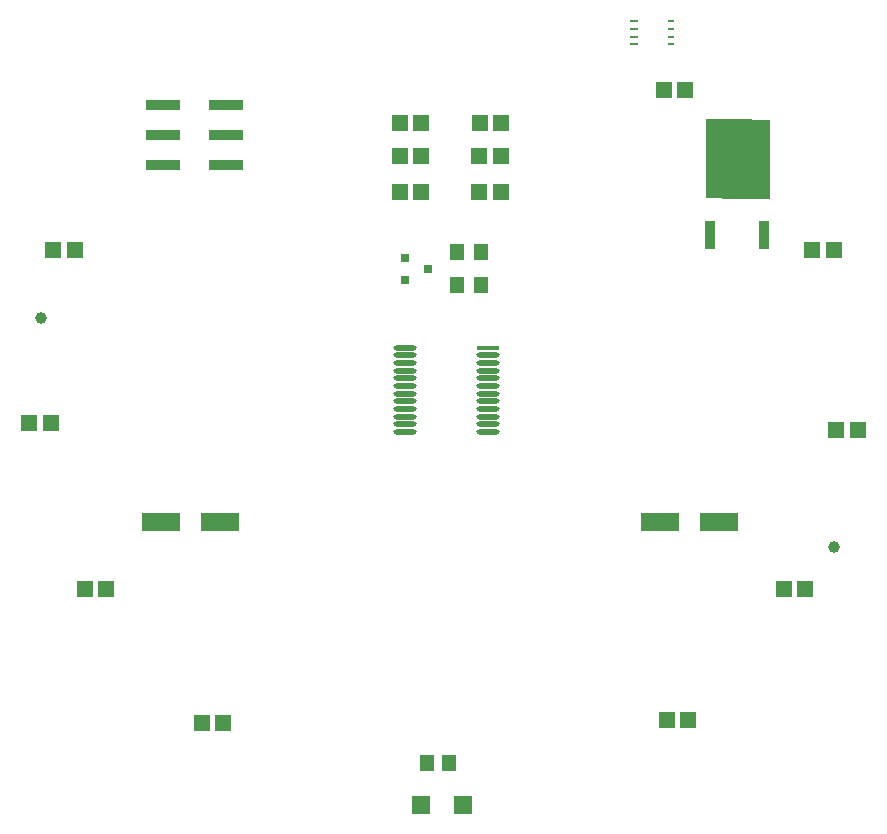
<source format=gbr>
%TF.GenerationSoftware,Altium Limited,Altium Designer,21.2.0 (30)*%
G04 Layer_Color=128*
%FSLAX26Y26*%
%MOIN*%
%TF.SameCoordinates,90D3C40E-C8BF-42D9-AC10-40188C9CF084*%
%TF.FilePolarity,Positive*%
%TF.FileFunction,Paste,Bot*%
%TF.Part,Single*%
G01*
G75*
%TA.AperFunction,SMDPad,CuDef*%
G04:AMPARAMS|DCode=10|XSize=214.567mil|YSize=263.779mil|CornerRadius=0mil|HoleSize=0mil|Usage=FLASHONLY|Rotation=359.747|XOffset=0mil|YOffset=0mil|HoleType=Round|Shape=Rectangle|*
%AMROTATEDRECTD10*
4,1,4,-0.107866,-0.131414,-0.106699,0.132363,0.107866,0.131414,0.106699,-0.132363,-0.107866,-0.131414,0.0*
%
%ADD10ROTATEDRECTD10*%

G04:AMPARAMS|DCode=11|XSize=35.433mil|YSize=90.551mil|CornerRadius=0mil|HoleSize=0mil|Usage=FLASHONLY|Rotation=359.747|XOffset=0mil|YOffset=0mil|HoleType=Round|Shape=Rectangle|*
%AMROTATEDRECTD11*
4,1,4,-0.017917,-0.045197,-0.017516,0.045353,0.017917,0.045197,0.017516,-0.045353,-0.017917,-0.045197,0.0*
%
%ADD11ROTATEDRECTD11*%

%ADD12C,0.039370*%
G04:AMPARAMS|DCode=13|XSize=76.913mil|YSize=17.013mil|CornerRadius=8.507mil|HoleSize=0mil|Usage=FLASHONLY|Rotation=180.000|XOffset=0mil|YOffset=0mil|HoleType=Round|Shape=RoundedRectangle|*
%AMROUNDEDRECTD13*
21,1,0.076913,0.000000,0,0,180.0*
21,1,0.059900,0.017013,0,0,180.0*
1,1,0.017013,-0.029950,0.000000*
1,1,0.017013,0.029950,0.000000*
1,1,0.017013,0.029950,0.000000*
1,1,0.017013,-0.029950,0.000000*
%
%ADD13ROUNDEDRECTD13*%
%ADD14R,0.057087X0.057087*%
%ADD15R,0.118110X0.035433*%
%ADD16R,0.055118X0.057087*%
%ADD17R,0.059055X0.059055*%
%ADD18R,0.125984X0.062992*%
%ADD19R,0.076913X0.017013*%
%ADD20R,0.027559X0.009449*%
%ADD21R,0.021654X0.009449*%
%ADD22R,0.031496X0.027559*%
%ADD23R,0.051181X0.057087*%
%ADD24R,0.045276X0.057087*%
%ADD25R,0.045276X0.055118*%
D10*
X970366Y767677D02*
D03*
D11*
X879489Y516107D02*
D03*
X1059014Y515314D02*
D03*
D12*
X1290000Y-525000D02*
D03*
X-1350841Y240260D02*
D03*
D13*
X-138791Y63976D02*
D03*
Y89567D02*
D03*
X138791Y115157D02*
D03*
Y89567D02*
D03*
Y63976D02*
D03*
Y38386D02*
D03*
Y12795D02*
D03*
Y-12795D02*
D03*
Y-38386D02*
D03*
Y-63976D02*
D03*
Y-89567D02*
D03*
Y-115157D02*
D03*
Y-140748D02*
D03*
X-138791D02*
D03*
Y-115157D02*
D03*
Y-89567D02*
D03*
Y-63976D02*
D03*
Y-38386D02*
D03*
Y-12795D02*
D03*
Y12795D02*
D03*
Y38386D02*
D03*
Y115157D02*
D03*
Y140748D02*
D03*
D14*
X796417Y1000000D02*
D03*
X723583D02*
D03*
X181417Y780000D02*
D03*
X108583D02*
D03*
Y660000D02*
D03*
X181417D02*
D03*
D15*
X-946299Y750000D02*
D03*
X-733701D02*
D03*
X-946299Y850000D02*
D03*
Y950000D02*
D03*
X-733701Y850000D02*
D03*
Y950000D02*
D03*
D16*
X1299567Y-135000D02*
D03*
X1370433D02*
D03*
X1290433Y465000D02*
D03*
X1219567D02*
D03*
X-815433Y-1110000D02*
D03*
X-744567D02*
D03*
X-154681Y890000D02*
D03*
X-83815D02*
D03*
X-154342Y778784D02*
D03*
X-83476D02*
D03*
X-155433Y660000D02*
D03*
X-84567D02*
D03*
X180866Y890000D02*
D03*
X110000D02*
D03*
X-1205000Y-665000D02*
D03*
X-1134134D02*
D03*
X805433Y-1100000D02*
D03*
X734567D02*
D03*
X-1310433Y465000D02*
D03*
X-1239567D02*
D03*
X-1390433Y-110000D02*
D03*
X-1319567D02*
D03*
X1195433Y-665000D02*
D03*
X1124567D02*
D03*
D17*
X-83898Y-1385000D02*
D03*
X53898D02*
D03*
D18*
X711575Y-440000D02*
D03*
X908425D02*
D03*
X-755000D02*
D03*
X-951850D02*
D03*
D19*
X138791Y140748D02*
D03*
D20*
X625945Y1228386D02*
D03*
Y1202795D02*
D03*
Y1177205D02*
D03*
Y1151614D02*
D03*
D21*
X747008Y1228386D02*
D03*
Y1202795D02*
D03*
Y1177205D02*
D03*
Y1151614D02*
D03*
D22*
X-140000Y365000D02*
D03*
Y439803D02*
D03*
X-61260Y402402D02*
D03*
D23*
X9803Y-1245000D02*
D03*
X-65000D02*
D03*
D24*
X34646Y460000D02*
D03*
X115354D02*
D03*
D25*
X33661Y350000D02*
D03*
X116339D02*
D03*
%TF.MD5,06f924d3fb64bb1f28f067e6d1287c8e*%
M02*

</source>
